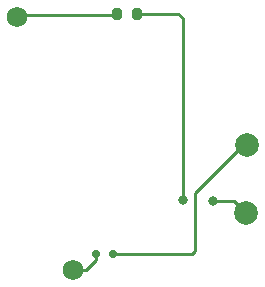
<source format=gbr>
%TF.GenerationSoftware,KiCad,Pcbnew,7.0.8*%
%TF.CreationDate,2025-05-01T09:06:41-04:00*%
%TF.ProjectId,trifalcon,74726966-616c-4636-9f6e-2e6b69636164,rev?*%
%TF.SameCoordinates,Original*%
%TF.FileFunction,Copper,L1,Top*%
%TF.FilePolarity,Positive*%
%FSLAX46Y46*%
G04 Gerber Fmt 4.6, Leading zero omitted, Abs format (unit mm)*
G04 Created by KiCad (PCBNEW 7.0.8) date 2025-05-01 09:06:41*
%MOMM*%
%LPD*%
G01*
G04 APERTURE LIST*
G04 Aperture macros list*
%AMRoundRect*
0 Rectangle with rounded corners*
0 $1 Rounding radius*
0 $2 $3 $4 $5 $6 $7 $8 $9 X,Y pos of 4 corners*
0 Add a 4 corners polygon primitive as box body*
4,1,4,$2,$3,$4,$5,$6,$7,$8,$9,$2,$3,0*
0 Add four circle primitives for the rounded corners*
1,1,$1+$1,$2,$3*
1,1,$1+$1,$4,$5*
1,1,$1+$1,$6,$7*
1,1,$1+$1,$8,$9*
0 Add four rect primitives between the rounded corners*
20,1,$1+$1,$2,$3,$4,$5,0*
20,1,$1+$1,$4,$5,$6,$7,0*
20,1,$1+$1,$6,$7,$8,$9,0*
20,1,$1+$1,$8,$9,$2,$3,0*%
G04 Aperture macros list end*
%TA.AperFunction,SMDPad,CuDef*%
%ADD10RoundRect,0.150000X-0.150000X-0.200000X0.150000X-0.200000X0.150000X0.200000X-0.150000X0.200000X0*%
%TD*%
%TA.AperFunction,ComponentPad*%
%ADD11C,1.750000*%
%TD*%
%TA.AperFunction,SMDPad,CuDef*%
%ADD12C,2.000000*%
%TD*%
%TA.AperFunction,SMDPad,CuDef*%
%ADD13RoundRect,0.200000X-0.200000X-0.275000X0.200000X-0.275000X0.200000X0.275000X-0.200000X0.275000X0*%
%TD*%
%TA.AperFunction,ViaPad*%
%ADD14C,0.800000*%
%TD*%
%TA.AperFunction,Conductor*%
%ADD15C,0.250000*%
%TD*%
G04 APERTURE END LIST*
D10*
%TO.P,D1,1,K*%
%TO.N,Net-(D1-K)*%
X49456800Y-37185600D03*
%TO.P,D1,2,A*%
%TO.N,Net-(D1-A)*%
X48056800Y-37185600D03*
%TD*%
D11*
%TO.P,TP1,1,1*%
%TO.N,Net-(R1-Pad1)*%
X41300400Y-17100000D03*
%TD*%
D12*
%TO.P,TP4,1,1*%
%TO.N,Net-(D1-K)*%
X60807600Y-27940000D03*
%TD*%
D13*
%TO.P,R1,1*%
%TO.N,Net-(R1-Pad1)*%
X49834800Y-16814800D03*
%TO.P,R1,2*%
%TO.N,Net-(R1-Pad2)*%
X51484800Y-16814800D03*
%TD*%
D12*
%TO.P,TP3,1,1*%
%TO.N,Net-(R1-Pad2)*%
X60756800Y-33731200D03*
%TD*%
D11*
%TO.P,TP2,1,1*%
%TO.N,Net-(D1-A)*%
X46075600Y-38506400D03*
%TD*%
D14*
%TO.N,Net-(R1-Pad2)*%
X57912000Y-32715200D03*
X55372000Y-32562800D03*
%TD*%
D15*
%TO.N,Net-(D1-K)*%
X56388000Y-36931600D02*
X56388000Y-32004000D01*
X60452000Y-27940000D02*
X60807600Y-27940000D01*
X56388000Y-32004000D02*
X60452000Y-27940000D01*
X56134000Y-37185600D02*
X56388000Y-36931600D01*
X49456800Y-37185600D02*
X56134000Y-37185600D01*
%TO.N,Net-(D1-A)*%
X48056800Y-37185600D02*
X48056800Y-37642800D01*
X47193200Y-38506400D02*
X46075600Y-38506400D01*
X48056800Y-37642800D02*
X47193200Y-38506400D01*
%TO.N,Net-(R1-Pad1)*%
X49733200Y-16916400D02*
X49834800Y-16814800D01*
X41329600Y-17170400D02*
X41583600Y-16916400D01*
X41583600Y-16916400D02*
X49733200Y-16916400D01*
%TO.N,Net-(R1-Pad2)*%
X55372000Y-17221200D02*
X55372000Y-32562800D01*
X57962800Y-32715200D02*
X57912000Y-32715200D01*
X54965600Y-16814800D02*
X55372000Y-17221200D01*
X57962800Y-32715200D02*
X59740800Y-32715200D01*
X59740800Y-32715200D02*
X60756800Y-33731200D01*
X51484800Y-16814800D02*
X54965600Y-16814800D01*
%TD*%
M02*

</source>
